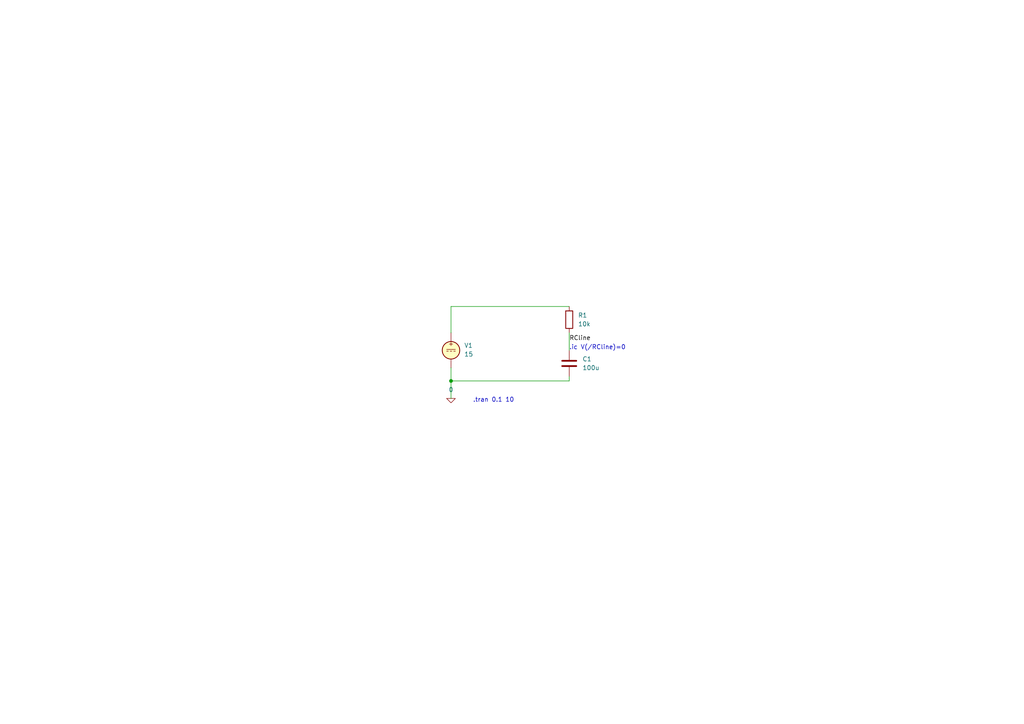
<source format=kicad_sch>
(kicad_sch (version 20230121) (generator eeschema)
  (paper "A4")
  (lib_symbols
    (symbol "Device:C" (pin_numbers hide) (pin_names (offset 0.254))
      (property "Reference" "C" (at 0.635 2.54 0))
      (property "Value" "C" (at 0.635 -2.54 0))
      (symbol "C_0_1"
        (polyline (pts (xy -2.032 -0.762) (xy 2.032 -0.762)) (stroke (width 0.508)))
        (polyline (pts (xy -2.032 0.762) (xy 2.032 0.762)) (stroke (width 0.508)))
      )
      (symbol "C_1_1"
        (pin passive line (at 0 3.81 270) (length 2.794) (name "~") (number "1"))
        (pin passive line (at 0 -3.81 90) (length 2.794) (name "~") (number "2"))
      )
    )
    (symbol "Device:R" (pin_numbers hide) (pin_names (offset 0))
      (property "Reference" "R" (at 2.032 0 90))
      (property "Value" "R" (at 0 0 90))
      (symbol "R_0_1"
        (rectangle (start -1.016 -2.54) (end 1.016 2.54) (stroke (width 0.254)))
      )
      (symbol "R_1_1"
        (pin passive line (at 0 3.81 270) (length 1.27) (name "~") (number "1"))
        (pin passive line (at 0 -3.81 90) (length 1.27) (name "~") (number "2"))
      )
    )
    (symbol "Simulation_SPICE:0" (power) (pin_names (offset 0))
      (property "Value" "0" (at 0 -1.778 0))
      (symbol "0_0_1"
        (polyline (pts (xy -1.27 0) (xy 0 -1.27) (xy 1.27 0) (xy -1.27 0)))
      )
      (symbol "0_1_1"
        (pin power_in line (at 0 0 0) (length 0) hide (name "0") (number "1"))
      )
    )
    (symbol "Simulation_SPICE:VDC" (pin_numbers hide) (pin_names (offset 0.0254))
      (property "Reference" "V" (at 2.54 2.54 0))
      (property "Value" "1" (at 2.54 0 0))
      (symbol "VDC_0_0"
        (polyline (pts (xy -1.27 0.254) (xy 1.27 0.254)))
        (polyline (pts (xy -0.762 -0.254) (xy -1.27 -0.254)))
        (polyline (pts (xy 0.254 -0.254) (xy -0.254 -0.254)))
        (polyline (pts (xy 1.27 -0.254) (xy 0.762 -0.254)))
        (text "+" (at 0 1.905 0) (effects (font (size 1.27 1.27))))
      )
      (symbol "VDC_0_1"
        (circle (center 0 0) (radius 2.54) (stroke (width 0.254)) (fill (type background)))
      )
      (symbol "VDC_1_1"
        (pin passive line (at 0 5.08 270) (length 2.54) (name "~") (number "1"))
        (pin passive line (at 0 -5.08 90) (length 2.54) (name "~") (number "2"))
      )
    )
  )
  (junction (at 130.81 110.49))
  (wire (pts (xy 130.81 110.49) (xy 130.81 115.57)))
  (wire (pts (xy 165.1 88.9) (xy 130.81 88.9)))
  (wire (pts (xy 165.1 109.22) (xy 165.1 110.49)))
  (wire (pts (xy 165.1 110.49) (xy 130.81 110.49)))
  (wire (pts (xy 130.81 88.9) (xy 130.81 96.52)))
  (wire (pts (xy 165.1 96.52) (xy 165.1 101.6)))
  (wire (pts (xy 130.81 106.68) (xy 130.81 110.49)))
  (text ".tran 0.1 10" (at 137.16 116.84 0) (effects (font (size 1.27 1.27)) (justify left bottom)))
  (text ".ic V(/RCline)=0" (at 165.1 101.6 0) (effects (font (size 1.27 1.27)) (justify left bottom)))
  (label "RCline" (at 165.1 99.06 0))
  (symbol (lib_id "Simulation_SPICE:VDC") (at 130.81 101.6 0) (unit 1)
    (property "Reference" "V1" (at 134.62 100.2002 0) (effects (justify left)))
    (property "Value" "15" (at 134.62 102.7402 0) (effects (justify left)))
    (property "Sim.Pins" "1=+ 2=-" (effects hide))
    (property "Sim.Type" "DC" (effects hide))
    (property "Sim.Device" "V" (effects hide))
  )
  (symbol (lib_id "Device:C") (at 165.1 105.41 0) (unit 1)
    (property "Reference" "C1" (at 168.91 104.14 0) (effects (justify left)))
    (property "Value" "100u" (at 168.91 106.68 0) (effects (justify left)))
  )
  (symbol (lib_id "Device:R") (at 165.1 92.71 0) (unit 1)
    (property "Reference" "R1" (at 167.64 91.44 0) (effects (justify left)))
    (property "Value" "10k" (at 167.64 93.98 0) (effects (justify left)))
  )
  (symbol (lib_id "Simulation_SPICE:0") (at 130.81 115.57 0) (unit 1)
    (property "Reference" "#GND01" (effects hide))
    (property "Value" "0" (at 130.81 113.03 0))
  )
)
</source>
